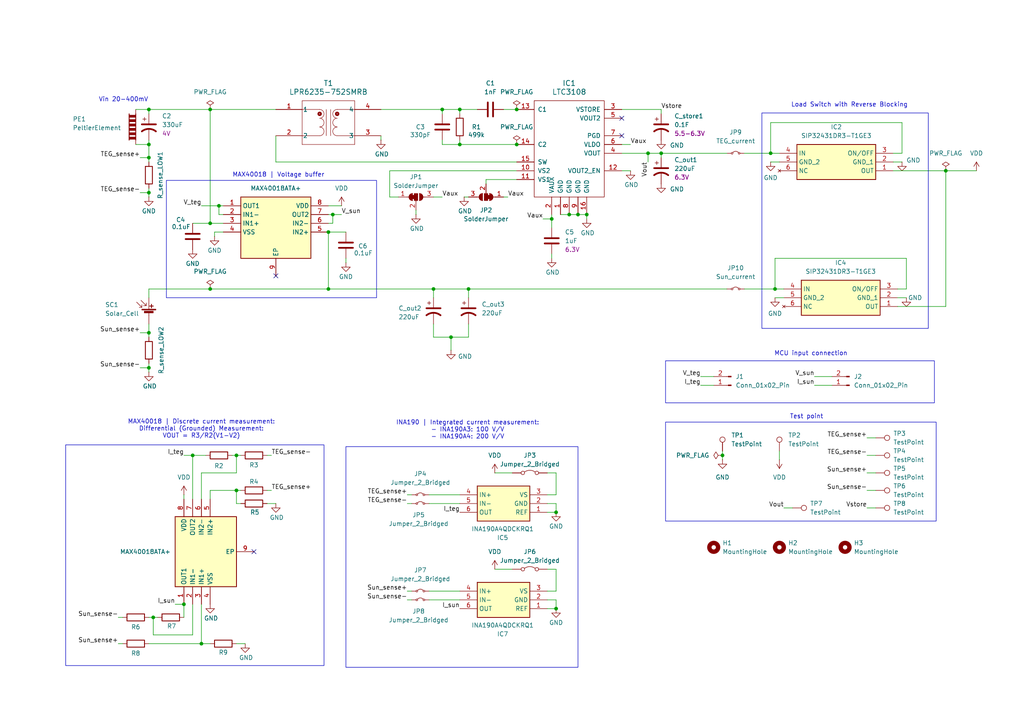
<source format=kicad_sch>
(kicad_sch (version 20231120) (generator "eeschema") (generator_version "8.0")
  (paper "A4")
  (lib_symbols
    (symbol "Connector:Conn_01x02_Pin" (pin_names (offset 1.016) hide)
      (property "Reference" "J" (at 0 2.54 0))
      (property "Value" "Conn_01x02_Pin" (at 0 -5.08 0))
      (symbol "Conn_01x02_Pin_1_1"
        (pin passive line (at 5.08 0 180) (length 3.81) (name "Pin_1") (number "1"))
        (pin passive line (at 5.08 -2.54 180) (length 3.81) (name "Pin_2") (number "2"))
      )
    )
    (symbol "Connector:TestPoint" (pin_numbers hide) (pin_names (offset 0.762) hide)
      (property "Reference" "TP" (at 0 6.858 0))
      (property "Value" "TestPoint" (at 0 5.08 0))
      (symbol "TestPoint_1_1"
        (pin passive line (at 0 0 90) (length 2.54) (name "1") (number "1"))
      )
    )
    (symbol "Device:C" (pin_numbers hide) (pin_names (offset 0.254))
      (property "Reference" "C" (at 0.635 2.54 0))
      (property "Value" "C" (at 0.635 -2.54 0))
      (symbol "C_1_1"
        (pin passive line (at 0 3.81 270) (length 2.794) (name "~") (number "1"))
        (pin passive line (at 0 -3.81 90) (length 2.794) (name "~") (number "2"))
      )
    )
    (symbol "Device:C_Polarized_US" (pin_numbers hide) (pin_names (offset 0.254) hide)
      (property "Reference" "C" (at 0.635 2.54 0))
      (property "Value" "C_Polarized_US" (at 0.635 -2.54 0))
      (symbol "C_Polarized_US_1_1"
        (pin passive line (at 0 3.81 270) (length 2.794) (name "~") (number "1"))
        (pin passive line (at 0 -3.81 90) (length 3.302) (name "~") (number "2"))
      )
    )
    (symbol "Device:PeltierElement" (pin_numbers hide) (pin_names (offset 0))
      (property "Reference" "PE" (at 0 3.175 0))
      (property "Value" "PeltierElement" (at 0 -1.27 0))
      (symbol "PeltierElement_1_1"
        (pin passive line (at -5.08 0 0) (length 1.27) (name "~") (number "1"))
        (pin passive line (at 5.08 0 180) (length 1.27) (name "~") (number "2"))
      )
    )
    (symbol "Device:R" (pin_numbers hide) (pin_names (offset 0))
      (property "Reference" "R" (at 2.032 0 90))
      (property "Value" "R" (at 0 0 90))
      (symbol "R_1_1"
        (pin passive line (at 0 3.81 270) (length 1.27) (name "~") (number "1"))
        (pin passive line (at 0 -3.81 90) (length 1.27) (name "~") (number "2"))
      )
    )
    (symbol "Device:Solar_Cell" (pin_numbers hide) (pin_names (offset 0) hide)
      (property "Reference" "SC" (at 2.54 2.54 0))
      (property "Value" "Solar_Cell" (at 2.54 0 0))
      (symbol "Solar_Cell_1_1"
        (pin passive line (at 0 5.08 270) (length 2.54) (name "+") (number "1"))
        (pin passive line (at 0 -2.54 90) (length 2.54) (name "-") (number "2"))
      )
    )
    (symbol "INA190A4QDCKRQ1:INA190A4QDCKRQ1"
      (property "Reference" "IC" (at 21.59 7.62 0))
      (property "Value" "INA190A4QDCKRQ1" (at 21.59 5.08 0))
      (symbol "INA190A4QDCKRQ1_1_1"
        (pin passive line (at 0 0 0) (length 5.08) (name "REF") (number "1"))
        (pin passive line (at 0 -2.54 0) (length 5.08) (name "GND") (number "2"))
        (pin passive line (at 0 -5.08 0) (length 5.08) (name "VS") (number "3"))
        (pin passive line (at 25.4 -5.08 180) (length 5.08) (name "IN+") (number "4"))
        (pin passive line (at 25.4 -2.54 180) (length 5.08) (name "IN-") (number "5"))
        (pin passive line (at 25.4 0 180) (length 5.08) (name "OUT") (number "6"))
      )
    )
    (symbol "Jumper:Jumper_2_Bridged" (pin_numbers hide) (pin_names (offset 0) hide) (exclude_from_sim yes)
      (property "Reference" "JP" (at 0 1.905 0))
      (property "Value" "Jumper_2_Bridged" (at 0 -2.54 0))
      (symbol "Jumper_2_Bridged_1_1"
        (pin passive line (at -5.08 0 0) (length 2.54) (name "A") (number "1"))
        (pin passive line (at 5.08 0 180) (length 2.54) (name "B") (number "2"))
      )
    )
    (symbol "Jumper:Jumper_2_Small_Bridged" (pin_numbers hide) (pin_names (offset 0) hide) (exclude_from_sim yes)
      (property "Reference" "JP" (at 0 2.032 0))
      (property "Value" "Jumper_2_Small_Bridged" (at 0 -2.286 0))
      (symbol "Jumper_2_Small_Bridged_1_1"
        (pin passive line (at -2.54 0 0) (length 1.27) (name "A") (number "1"))
        (pin passive line (at 2.54 0 180) (length 1.27) (name "B") (number "2"))
      )
    )
    (symbol "Jumper:SolderJumper_3_Bridged12" (pin_names (offset 0) hide) (exclude_from_sim yes) (in_bom no)
      (property "Reference" "JP" (at -2.54 -2.54 0))
      (property "Value" "SolderJumper_3_Bridged12" (at 0 2.794 0))
      (symbol "SolderJumper_3_Bridged12_1_1"
        (pin passive line (at -5.08 0 0) (length 2.54) (name "A") (number "1"))
        (pin passive line (at 0 -3.81 90) (length 2.54) (name "C") (number "2"))
        (pin passive line (at 5.08 0 180) (length 2.54) (name "B") (number "3"))
      )
    )
    (symbol "LPR6235-752SMRB:LPR6235-752SMRB" (pin_names (offset 0.254))
      (property "Reference" "T" (at 15.24 7.62 0))
      (property "Value" "LPR6235-752SMRB" (at 20.32 5.08 0))
      (symbol "LPR6235-752SMRB_0_1"
        (pin unspecified line (at 0 0 0) (length 7.62) (name "1") (number "1"))
        (pin unspecified line (at 0 -7.62 0) (length 7.62) (name "2") (number "2"))
        (pin unspecified line (at 30.48 -7.62 180) (length 7.62) (name "3") (number "3"))
        (pin unspecified line (at 30.48 0 180) (length 7.62) (name "4") (number "4"))
      )
    )
    (symbol "MAX40018ATA+:MAX40018ATA+"
      (property "Reference" "IC" (at 26.67 7.62 0))
      (property "Value" "MAX40018ATA+" (at 26.67 5.08 0))
      (symbol "MAX40018ATA+_1_1"
        (pin passive line (at 0 0 0) (length 5.08) (name "OUT1") (number "1"))
        (pin passive line (at 0 -2.54 0) (length 5.08) (name "IN1-") (number "2"))
        (pin passive line (at 0 -5.08 0) (length 5.08) (name "IN1+") (number "3"))
        (pin passive line (at 0 -7.62 0) (length 5.08) (name "VSS") (number "4"))
        (pin passive line (at 30.48 -7.62 180) (length 5.08) (name "IN2+") (number "5"))
        (pin passive line (at 30.48 -5.08 180) (length 5.08) (name "IN2-") (number "6"))
        (pin passive line (at 30.48 -2.54 180) (length 5.08) (name "OUT2") (number "7"))
        (pin passive line (at 30.48 0 180) (length 5.08) (name "VDD") (number "8"))
        (pin passive line (at 15.24 -20.32 90) (length 5.08) (name "EP") (number "9"))
      )
    )
    (symbol "Mechanical:MountingHole" (pin_names (offset 1.016)) (exclude_from_sim yes) (in_bom no)
      (property "Reference" "H" (at 0 5.08 0))
      (property "Value" "MountingHole" (at 0 3.175 0))
    )
    (symbol "SIP32431DR3-T1GE3:SIP32431DR3-T1GE3"
      (property "Reference" "IC" (at 29.21 7.62 0))
      (property "Value" "SIP32431DR3-T1GE3" (at 29.21 5.08 0))
      (symbol "SIP32431DR3-T1GE3_1_1"
        (pin passive line (at 0 0 0) (length 5.08) (name "OUT") (number "1"))
        (pin passive line (at 0 -2.54 0) (length 5.08) (name "GND_1") (number "2"))
        (pin passive line (at 0 -5.08 0) (length 5.08) (name "ON/OFF") (number "3"))
        (pin passive line (at 33.02 -5.08 180) (length 5.08) (name "IN") (number "4"))
        (pin passive line (at 33.02 -2.54 180) (length 5.08) (name "GND_2") (number "5"))
        (pin no_connect line (at 33.02 0 180) (length 5.08) (name "NC") (number "6"))
      )
    )
    (symbol "ltc3108-cache:LTC3108" (pin_names (offset 1.016))
      (property "Reference" "IC" (at 8.89 13.97 0))
      (property "Value" "LTC3108" (at -5.08 13.97 0))
      (symbol "LTC3108_1_1"
        (pin power_in line (at -2.54 -20.32 90) (length 5.08) (name "GND") (number "1"))
        (pin input line (at -15.24 -7.62 0) (length 5.08) (name "VS2") (number "10"))
        (pin input line (at -15.24 -10.16 0) (length 5.08) (name "VS1") (number "11"))
        (pin input line (at 15.24 -7.62 180) (length 5.08) (name "VOUT2_EN") (number "12"))
        (pin power_in line (at -15.24 10.16 0) (length 5.08) (name "C1") (number "13"))
        (pin power_in line (at -15.24 0 0) (length 5.08) (name "C2") (number "14"))
        (pin power_out line (at -15.24 -5.08 0) (length 5.08) (name "SW") (number "15"))
        (pin power_in line (at 5.08 -20.32 90) (length 5.08) (name "GND") (number "16"))
        (pin power_out line (at -5.08 -20.32 90) (length 5.08) (name "VAUX") (number "2"))
        (pin power_out line (at 15.24 10.16 180) (length 5.08) (name "VSTORE") (number "3"))
        (pin power_out line (at 15.24 -2.54 180) (length 5.08) (name "VOUT") (number "4"))
        (pin power_out line (at 15.24 7.62 180) (length 5.08) (name "VOUT2") (number "5"))
        (pin power_out line (at 15.24 0 180) (length 5.08) (name "VLDO") (number "6"))
        (pin output line (at 15.24 2.54 180) (length 5.08) (name "PGD") (number "7"))
        (pin power_in line (at 0 -20.32 90) (length 5.08) (name "GND") (number "8"))
        (pin power_in line (at 2.54 -20.32 90) (length 5.08) (name "GND") (number "9"))
      )
    )
    (symbol "power:GND" (power) (pin_numbers hide) (pin_names (offset 0) hide)
      (property "Value" "GND" (at 0 -3.81 0))
      (symbol "GND_1_1"
        (pin power_in line (at 0 0 270) (length 0) (name "~") (number "1"))
      )
    )
    (symbol "power:PWR_FLAG" (power) (pin_numbers hide) (pin_names (offset 0) hide)
      (property "Value" "PWR_FLAG" (at 0 3.81 0))
      (symbol "PWR_FLAG_0_0"
        (pin power_out line (at 0 0 90) (length 0) (name "~") (number "1"))
      )
    )
    (symbol "power:VDD" (power) (pin_numbers hide) (pin_names (offset 0) hide)
      (property "Value" "VDD" (at 0 3.556 0))
      (symbol "VDD_1_1"
        (pin power_in line (at 0 0 90) (length 0) (name "~") (number "1"))
      )
    )
  )
  (junction (at 209.55 132.08))
  (junction (at 43.18 96.52))
  (junction (at 55.88 132.08))
  (junction (at 130.81 97.79))
  (junction (at 44.45 179.07))
  (junction (at 191.77 44.45))
  (junction (at 63.5 59.69))
  (junction (at 43.18 31.75))
  (junction (at 68.58 132.08))
  (junction (at 53.34 175.26))
  (junction (at 60.96 31.75))
  (junction (at 223.52 44.45))
  (junction (at 167.64 62.23))
  (junction (at 135.89 83.82))
  (junction (at 43.18 55.88))
  (junction (at 149.86 31.75))
  (junction (at 58.42 186.69))
  (junction (at 160.02 63.5))
  (junction (at 133.35 41.91))
  (junction (at 224.79 83.82))
  (junction (at 165.1 62.23))
  (junction (at 170.18 62.23))
  (junction (at 125.73 83.82))
  (junction (at 149.86 41.91))
  (junction (at 274.32 49.53))
  (junction (at 60.96 64.77))
  (junction (at 95.25 67.31))
  (junction (at 43.18 41.91))
  (junction (at 187.96 44.45))
  (junction (at 68.58 142.24))
  (junction (at 96.52 62.23))
  (junction (at 128.27 31.75))
  (junction (at 161.29 148.59))
  (junction (at 60.96 83.82))
  (junction (at 133.35 31.75))
  (junction (at 161.29 176.53))
  (junction (at 43.18 106.68))
  (junction (at 95.25 83.82))
  (junction (at 43.18 45.72))
  (no_connect (at 80.01 80.01))
  (no_connect (at 73.66 160.02))
  (no_connect (at 180.34 39.37))
  (no_connect (at 180.34 34.29))
  (wire (pts (xy 227.33 147.32) (xy 229.87 147.32)))
  (wire (pts (xy 203.2 109.22) (xy 207.01 109.22)))
  (wire (pts (xy 262.89 83.82) (xy 262.89 74.93)))
  (wire (pts (xy 128.27 31.75) (xy 128.27 33.02)))
  (wire (pts (xy 113.03 57.15) (xy 115.57 57.15)))
  (wire (pts (xy 68.58 132.08) (xy 69.85 132.08)))
  (wire (pts (xy 58.42 144.78) (xy 58.42 137.16)))
  (wire (pts (xy 191.77 45.72) (xy 191.77 44.45)))
  (wire (pts (xy 100.33 76.2) (xy 100.33 74.93)))
  (wire (pts (xy 170.18 62.23) (xy 170.18 63.5)))
  (wire (pts (xy 43.18 179.07) (xy 44.45 179.07)))
  (wire (pts (xy 161.29 137.16) (xy 161.29 143.51)))
  (wire (pts (xy 180.34 44.45) (xy 187.96 44.45)))
  (wire (pts (xy 158.75 173.99) (xy 161.29 173.99)))
  (wire (pts (xy 58.42 137.16) (xy 68.58 137.16)))
  (wire (pts (xy 262.89 86.36) (xy 260.35 86.36)))
  (wire (pts (xy 43.18 83.82) (xy 43.18 86.36)))
  (wire (pts (xy 161.29 171.45) (xy 158.75 171.45)))
  (wire (pts (xy 224.79 74.93) (xy 224.79 83.82)))
  (wire (pts (xy 77.47 132.08) (xy 78.74 132.08)))
  (wire (pts (xy 223.52 46.99) (xy 226.06 46.99)))
  (wire (pts (xy 128.27 31.75) (xy 133.35 31.75)))
  (wire (pts (xy 209.55 130.81) (xy 209.55 132.08)))
  (wire (pts (xy 62.23 68.58) (xy 62.23 67.31)))
  (wire (pts (xy 187.96 44.45) (xy 191.77 44.45)))
  (wire (pts (xy 55.88 175.26) (xy 55.88 184.15)))
  (wire (pts (xy 124.46 146.05) (xy 133.35 146.05)))
  (wire (pts (xy 43.18 186.69) (xy 58.42 186.69)))
  (wire (pts (xy 143.51 165.1) (xy 148.59 165.1)))
  (wire (pts (xy 160.02 63.5) (xy 160.02 66.04)))
  (wire (pts (xy 40.64 45.72) (xy 43.18 45.72)))
  (wire (pts (xy 191.77 31.75) (xy 191.77 33.02)))
  (wire (pts (xy 125.73 83.82) (xy 135.89 83.82)))
  (wire (pts (xy 43.18 41.91) (xy 43.18 45.72)))
  (wire (pts (xy 63.5 62.23) (xy 63.5 59.69)))
  (wire (pts (xy 95.25 67.31) (xy 95.25 83.82)))
  (wire (pts (xy 68.58 146.05) (xy 68.58 142.24)))
  (wire (pts (xy 161.29 137.16) (xy 158.75 137.16)))
  (wire (pts (xy 180.34 31.75) (xy 191.77 31.75)))
  (wire (pts (xy 125.73 93.98) (xy 125.73 97.79)))
  (wire (pts (xy 55.88 132.08) (xy 59.69 132.08)))
  (wire (pts (xy 125.73 57.15) (xy 128.27 57.15)))
  (wire (pts (xy 160.02 73.66) (xy 160.02 74.93)))
  (wire (pts (xy 44.45 184.15) (xy 44.45 179.07)))
  (wire (pts (xy 120.65 60.96) (xy 120.65 62.23)))
  (wire (pts (xy 161.29 148.59) (xy 161.29 146.05)))
  (wire (pts (xy 161.29 165.1) (xy 161.29 171.45)))
  (wire (pts (xy 203.2 111.76) (xy 207.01 111.76)))
  (wire (pts (xy 161.29 165.1) (xy 158.75 165.1)))
  (wire (pts (xy 43.18 31.75) (xy 43.18 33.02)))
  (wire (pts (xy 68.58 137.16) (xy 68.58 132.08)))
  (wire (pts (xy 40.64 96.52) (xy 43.18 96.52)))
  (wire (pts (xy 58.42 59.69) (xy 63.5 59.69)))
  (wire (pts (xy 39.37 31.75) (xy 43.18 31.75)))
  (wire (pts (xy 162.56 62.23) (xy 165.1 62.23)))
  (wire (pts (xy 80.01 46.99) (xy 149.86 46.99)))
  (wire (pts (xy 251.46 127) (xy 254 127)))
  (wire (pts (xy 158.75 146.05) (xy 161.29 146.05)))
  (wire (pts (xy 161.29 148.59) (xy 158.75 148.59)))
  (wire (pts (xy 215.9 83.82) (xy 224.79 83.82)))
  (wire (pts (xy 251.46 142.24) (xy 254 142.24)))
  (wire (pts (xy 110.49 31.75) (xy 128.27 31.75)))
  (wire (pts (xy 40.64 106.68) (xy 43.18 106.68)))
  (wire (pts (xy 43.18 83.82) (xy 60.96 83.82)))
  (wire (pts (xy 133.35 40.64) (xy 133.35 41.91)))
  (wire (pts (xy 43.18 31.75) (xy 60.96 31.75)))
  (wire (pts (xy 118.11 146.05) (xy 119.38 146.05)))
  (wire (pts (xy 95.25 83.82) (xy 125.73 83.82)))
  (wire (pts (xy 53.34 175.26) (xy 53.34 179.07)))
  (wire (pts (xy 110.49 39.37) (xy 110.49 40.64)))
  (wire (pts (xy 95.25 64.77) (xy 96.52 64.77)))
  (wire (pts (xy 227.33 83.82) (xy 224.79 83.82)))
  (wire (pts (xy 224.79 86.36) (xy 227.33 86.36)))
  (wire (pts (xy 113.03 49.53) (xy 149.86 49.53)))
  (wire (pts (xy 60.96 83.82) (xy 95.25 83.82)))
  (wire (pts (xy 60.96 142.24) (xy 68.58 142.24)))
  (wire (pts (xy 149.86 52.07) (xy 140.97 52.07)))
  (wire (pts (xy 43.18 105.41) (xy 43.18 106.68)))
  (wire (pts (xy 187.96 44.45) (xy 187.96 46.99)))
  (wire (pts (xy 60.96 142.24) (xy 60.96 144.78)))
  (wire (pts (xy 262.89 74.93) (xy 224.79 74.93)))
  (wire (pts (xy 236.22 111.76) (xy 241.3 111.76)))
  (wire (pts (xy 60.96 64.77) (xy 64.77 64.77)))
  (wire (pts (xy 135.89 97.79) (xy 135.89 93.98)))
  (wire (pts (xy 60.96 31.75) (xy 60.96 64.77)))
  (wire (pts (xy 210.82 44.45) (xy 191.77 44.45)))
  (wire (pts (xy 251.46 132.08) (xy 254 132.08)))
  (wire (pts (xy 261.62 44.45) (xy 261.62 35.56)))
  (wire (pts (xy 43.18 96.52) (xy 43.18 93.98)))
  (wire (pts (xy 63.5 59.69) (xy 64.77 59.69)))
  (wire (pts (xy 34.29 186.69) (xy 35.56 186.69)))
  (wire (pts (xy 130.81 101.6) (xy 130.81 97.79)))
  (wire (pts (xy 251.46 137.16) (xy 254 137.16)))
  (wire (pts (xy 161.29 176.53) (xy 161.29 173.99)))
  (wire (pts (xy 39.37 41.91) (xy 43.18 41.91)))
  (wire (pts (xy 68.58 142.24) (xy 69.85 142.24)))
  (wire (pts (xy 67.31 132.08) (xy 68.58 132.08)))
  (wire (pts (xy 128.27 41.91) (xy 133.35 41.91)))
  (wire (pts (xy 43.18 40.64) (xy 43.18 41.91)))
  (wire (pts (xy 167.64 62.23) (xy 170.18 62.23)))
  (wire (pts (xy 43.18 57.15) (xy 43.18 55.88)))
  (wire (pts (xy 146.05 57.15) (xy 147.32 57.15)))
  (wire (pts (xy 226.06 44.45) (xy 223.52 44.45)))
  (wire (pts (xy 43.18 55.88) (xy 43.18 54.61)))
  (wire (pts (xy 60.96 31.75) (xy 80.01 31.75)))
  (wire (pts (xy 259.08 44.45) (xy 261.62 44.45)))
  (wire (pts (xy 96.52 62.23) (xy 99.06 62.23)))
  (wire (pts (xy 135.89 86.36) (xy 135.89 83.82)))
  (wire (pts (xy 134.62 57.15) (xy 135.89 57.15)))
  (wire (pts (xy 260.35 88.9) (xy 274.32 88.9)))
  (wire (pts (xy 55.88 64.77) (xy 60.96 64.77)))
  (wire (pts (xy 118.11 173.99) (xy 119.38 173.99)))
  (wire (pts (xy 223.52 35.56) (xy 223.52 44.45)))
  (wire (pts (xy 34.29 179.07) (xy 35.56 179.07)))
  (wire (pts (xy 157.48 63.5) (xy 160.02 63.5)))
  (wire (pts (xy 274.32 49.53) (xy 274.32 88.9)))
  (wire (pts (xy 124.46 171.45) (xy 133.35 171.45)))
  (wire (pts (xy 259.08 46.99) (xy 261.62 46.99)))
  (wire (pts (xy 125.73 83.82) (xy 125.73 86.36)))
  (wire (pts (xy 274.32 49.53) (xy 283.21 49.53)))
  (wire (pts (xy 128.27 40.64) (xy 128.27 41.91)))
  (wire (pts (xy 62.23 67.31) (xy 64.77 67.31)))
  (wire (pts (xy 165.1 62.23) (xy 167.64 62.23)))
  (wire (pts (xy 124.46 173.99) (xy 133.35 173.99)))
  (wire (pts (xy 68.58 186.69) (xy 71.12 186.69)))
  (wire (pts (xy 160.02 62.23) (xy 160.02 63.5)))
  (wire (pts (xy 58.42 186.69) (xy 60.96 186.69)))
  (wire (pts (xy 118.11 171.45) (xy 119.38 171.45)))
  (wire (pts (xy 161.29 143.51) (xy 158.75 143.51)))
  (wire (pts (xy 64.77 62.23) (xy 63.5 62.23)))
  (wire (pts (xy 80.01 39.37) (xy 80.01 46.99)))
  (wire (pts (xy 146.05 31.75) (xy 149.86 31.75)))
  (wire (pts (xy 274.32 49.53) (xy 259.08 49.53)))
  (wire (pts (xy 95.25 59.69) (xy 99.06 59.69)))
  (wire (pts (xy 77.47 146.05) (xy 80.01 146.05)))
  (wire (pts (xy 55.88 132.08) (xy 55.88 144.78)))
  (wire (pts (xy 43.18 106.68) (xy 43.18 107.95)))
  (wire (pts (xy 261.62 35.56) (xy 223.52 35.56)))
  (wire (pts (xy 209.55 132.08) (xy 209.55 133.35)))
  (wire (pts (xy 223.52 44.45) (xy 215.9 44.45)))
  (wire (pts (xy 180.34 49.53) (xy 182.88 49.53)))
  (wire (pts (xy 140.97 52.07) (xy 140.97 53.34)))
  (wire (pts (xy 77.47 142.24) (xy 78.74 142.24)))
  (wire (pts (xy 226.06 130.81) (xy 226.06 133.35)))
  (wire (pts (xy 43.18 45.72) (xy 43.18 46.99)))
  (wire (pts (xy 135.89 83.82) (xy 210.82 83.82)))
  (wire (pts (xy 133.35 31.75) (xy 138.43 31.75)))
  (wire (pts (xy 53.34 132.08) (xy 55.88 132.08)))
  (wire (pts (xy 143.51 137.16) (xy 148.59 137.16)))
  (wire (pts (xy 50.8 175.26) (xy 53.34 175.26)))
  (wire (pts (xy 125.73 97.79) (xy 130.81 97.79)))
  (wire (pts (xy 95.25 62.23) (xy 96.52 62.23)))
  (wire (pts (xy 260.35 83.82) (xy 262.89 83.82)))
  (wire (pts (xy 118.11 143.51) (xy 119.38 143.51)))
  (wire (pts (xy 44.45 179.07) (xy 45.72 179.07)))
  (wire (pts (xy 124.46 143.51) (xy 133.35 143.51)))
  (wire (pts (xy 113.03 49.53) (xy 113.03 57.15)))
  (wire (pts (xy 95.25 67.31) (xy 100.33 67.31)))
  (wire (pts (xy 133.35 41.91) (xy 149.86 41.91)))
  (wire (pts (xy 180.34 41.91) (xy 182.88 41.91)))
  (wire (pts (xy 55.88 184.15) (xy 44.45 184.15)))
  (wire (pts (xy 69.85 146.05) (xy 68.58 146.05)))
  (wire (pts (xy 130.81 97.79) (xy 135.89 97.79)))
  (wire (pts (xy 161.29 176.53) (xy 158.75 176.53)))
  (wire (pts (xy 133.35 31.75) (xy 133.35 33.02)))
  (wire (pts (xy 53.34 143.51) (xy 53.34 144.78)))
  (wire (pts (xy 251.46 147.32) (xy 254 147.32)))
  (wire (pts (xy 236.22 109.22) (xy 241.3 109.22)))
  (wire (pts (xy 96.52 64.77) (xy 96.52 62.23)))
  (wire (pts (xy 58.42 186.69) (xy 58.42 175.26)))
  (wire (pts (xy 40.64 55.88) (xy 43.18 55.88)))
  (wire (pts (xy 43.18 97.79) (xy 43.18 96.52)))
  (rectangle (start 100.33 129.54) (end 167.64 193.548))
  (rectangle (start 193.04 122.428) (end 271.526 151.13))
  (rectangle (start 220.98 32.766) (end 269.24 95.25))
  (rectangle (start 19.05 129.032) (end 93.98 193.04))
  (rectangle (start 193.04 104.648) (end 271.018 116.84))
  (rectangle (start 48.26 52.324) (end 109.22 86.36))
  (image (at -34.29 162.56) (scale 0.328097))
  (text "MAX40018 | Discrete current measurement:\nDifferential (Grounded) Measurement:\nVOUT = R3/R2(V1-V2)" (at 58.42 124.46 0) (effects (font (size 1.27 1.27))))
  (text "INA190 | Integrated current measurement:\n- INA190A3: 100 V/V\n- INA190A4: 200 V/V\n" (at 135.636 124.714 0) (effects (font (size 1.27 1.27))))
  (text "Load Switch with Reverse Blocking" (at 246.38 30.48 0) (effects (font (size 1.27 1.27))))
  (text "Vin 20-400mV" (at 35.814 28.956 0) (effects (font (size 1.27 1.27))))
  (text "MCU input connection" (at 235.204 102.616 0) (effects (font (size 1.27 1.27))))
  (text "Test point" (at 233.934 120.904 0) (effects (font (size 1.27 1.27))))
  (text "MAX40018 | Voltage buffer" (at 80.772 50.8 0) (effects (font (size 1.27 1.27))))
  (label "Sun_sense+" (at 118.11 171.45 180))
  (label "I_sun" (at 236.22 111.76 180))
  (label "Sun_sense+" (at 34.29 186.69 180))
  (label "I_sun" (at 133.35 176.53 180))
  (label "I_teg" (at 203.2 111.76 180))
  (label "V_sun" (at 99.06 62.23 0))
  (label "Sun_sense-" (at 251.46 142.24 180))
  (label "Vaux" (at 128.27 57.15 0))
  (label "V_teg" (at 203.2 109.22 180))
  (label "TEG_sense+" (at 118.11 143.51 180))
  (label "Vaux" (at 147.32 57.15 0))
  (label "TEG_sense+" (at 40.64 45.72 180))
  (label "Vout" (at 187.96 46.99 270))
  (label "Vstore" (at 191.77 31.75 0))
  (label "Sun_sense-" (at 40.64 106.68 180))
  (label "I_teg" (at 53.34 132.08 180))
  (label "Vaux" (at 157.48 63.5 180))
  (label "V_sun" (at 236.22 109.22 180))
  (label "I_sun" (at 50.8 175.26 180))
  (label "Sun_sense-" (at 34.29 179.07 180))
  (label "Vaux" (at 182.88 41.91 0))
  (label "TEG_sense-" (at 251.46 132.08 180))
  (label "Sun_sense-" (at 118.11 173.99 180))
  (label "I_teg" (at 133.35 148.59 180))
  (label "Sun_sense+" (at 251.46 137.16 180))
  (label "TEG_sense+" (at 78.74 142.24 0))
  (label "TEG_sense-" (at 118.11 146.05 180))
  (label "Vstore" (at 251.46 147.32 180))
  (label "V_teg" (at 58.42 59.69 180))
  (label "TEG_sense-" (at 40.64 55.88 180))
  (label "TEG_sense-" (at 78.74 132.08 0))
  (label "TEG_sense+" (at 251.46 127 180))
  (label "Sun_sense+" (at 40.64 96.52 180))
  (label "Vout" (at 227.33 147.32 180))
  (symbol (lib_id "power:PWR_FLAG") (at 209.55 132.08 90) (unit 1)
    (property "Reference" "#FLG06" (effects (hide yes)))
    (property "Value" "PWR_FLAG" (at 205.74 132.0799 90) (effects (justify left)))
    (property "Description" "Special symbol for telling ERC where power comes from" (effects (hide yes)))
  )
  (symbol (lib_id "Device:C_Polarized_US") (at 43.18 36.83 0) (unit 1)
    (property "Reference" "C2" (at 46.99 33.6549 0) (effects (justify left)))
    (property "Value" "330uF" (at 46.99 36.1949 0) (effects (justify left)))
    (property "Description" "Polarized capacitor, US symbol" (effects (hide yes)))
    (property "Tensione" "4V" (at 46.99 38.7349 0) (effects (justify left)))
  )
  (symbol (lib_id "Device:C_Polarized_US") (at 191.77 36.83 0) (unit 1)
    (property "Reference" "C_store1" (at 195.58 33.6549 0) (effects (justify left)))
    (property "Value" "0.1F" (at 195.58 36.1949 0) (effects (justify left)))
    (property "Description" "Polarized capacitor, US symbol" (effects (hide yes)))
    (property "Voltage" "5.5-6.3V" (at 195.58 38.7349 0) (effects (justify left)))
  )
  (symbol (lib_id "Jumper:Jumper_2_Small_Bridged") (at 121.92 146.05 0) (unit 1) (exclude_from_sim yes)
    (property "Reference" "JP5" (at 121.412 149.352 0))
    (property "Value" "Jumper_2_Bridged" (at 121.412 151.892 0))
    (property "Footprint" "TestPoint:TestPoint_2Pads_Pitch2.54mm_Drill0.8mm" (effects (hide yes)))
    (property "Description" "Jumper, 2-pole, small symbol, bridged" (effects (hide yes)))
  )
  (symbol (lib_id "Jumper:Jumper_2_Small_Bridged") (at 213.36 44.45 0) (unit 1) (exclude_from_sim yes)
    (property "Reference" "JP9" (at 213.36 38.354 0))
    (property "Value" "TEG_current" (at 213.36 40.894 0))
    (property "Footprint" "TestPoint:TestPoint_2Pads_Pitch2.54mm_Drill0.8mm" (effects (hide yes)))
    (property "Description" "Jumper, 2-pole, small symbol, bridged" (effects (hide yes)))
  )
  (symbol (lib_id "power:GND") (at 209.55 133.35 0) (unit 1)
    (property "Reference" "#PWR021" (effects (hide yes)))
    (property "Value" "GND" (at 209.55 138.43 0))
    (property "Description" "Power symbol creates a global label with name \"GND\" , ground" (effects (hide yes)))
  )
  (symbol (lib_id "power:VDD") (at 99.06 59.69 0) (unit 1)
    (property "Reference" "#PWR010" (effects (hide yes)))
    (property "Value" "VDD" (at 99.06 54.61 0))
    (property "Description" "Power symbol creates a global label with name \"VDD\"" (effects (hide yes)))
  )
  (symbol (lib_id "Jumper:Jumper_2_Small_Bridged") (at 121.92 173.99 0) (unit 1) (exclude_from_sim yes)
    (property "Reference" "JP8" (at 121.412 177.292 0))
    (property "Value" "Jumper_2_Bridged" (at 121.412 179.832 0))
    (property "Footprint" "TestPoint:TestPoint_2Pads_Pitch2.54mm_Drill0.8mm" (effects (hide yes)))
    (property "Description" "Jumper, 2-pole, small symbol, bridged" (effects (hide yes)))
  )
  (symbol (lib_id "Device:R") (at 39.37 179.07 90) (unit 1)
    (property "Reference" "R6" (at 39.37 181.864 90))
    (property "Value" "R" (effects (hide yes)))
    (property "Description" "Resistor" (effects (hide yes)))
  )
  (symbol (lib_id "LPR6235-752SMRB:LPR6235-752SMRB") (at 80.01 31.75 0) (unit 1)
    (property "Reference" "T1" (at 95.25 24.13 0) (effects (font (size 1.524 1.524))))
    (property "Value" "LPR6235-752SMRB" (at 95.25 26.67 0) (effects (font (size 1.524 1.524))))
    (property "Footprint" "LPR6235_COC" (effects (hide yes)))
    (property "Datasheet" "LPR6235-752SMRB" (effects (hide yes)))
  )
  (symbol (lib_id "Device:R") (at 43.18 101.6 180) (unit 1)
    (property "Reference" "R_sense_LOW2" (at 46.736 101.6 90))
    (property "Value" "0.02ohm" (effects (hide yes)))
    (property "Description" "Resistor" (effects (hide yes)))
  )
  (symbol (lib_id "MAX40018ATA+:MAX40018ATA+") (at 64.77 59.69 0) (unit 1)
    (property "Reference" "IC3" (effects (hide yes)))
    (property "Value" "MAX40018ATA+" (at 80.01 54.61 0))
    (property "Footprint" "SON65P300X300X80-9N" (effects (hide yes)))
    (property "Datasheet" "https://datasheets.maximintegrated.com/en/ds/MAX40018.pdf" (effects (hide yes)))
    (property "Description" "IC OPAMP GP 2 CIRCUIT 8TDFN" (effects (hide yes)))
    (property "Height" "0.8" (effects (hide yes)))
    (property "Mouser Part Number" "700-MAX40018ATA+" (effects (hide yes)))
    (property "Mouser Price/Stock" "https://www.mouser.co.uk/ProductDetail/Analog-Devices-Maxim-Integrated/MAX40018ATA%2b?qs=MLItCLRbWsz7FYflpBDyMg%3D%3D" (effects (hide yes)))
    (property "Manufacturer_Name" "Analog Devices" (effects (hide yes)))
    (property "Manufacturer_Part_Number" "MAX40018ATA+" (effects (hide yes)))
  )
  (symbol (lib_id "power:GND") (at 80.01 146.05 0) (unit 1)
    (property "Reference" "#PWR025" (effects (hide yes)))
    (property "Value" "GND" (at 80.264 150.114 0))
    (property "Description" "Power symbol creates a global label with name \"GND\" , ground" (effects (hide yes)))
  )
  (symbol (lib_id "power:GND") (at 43.18 107.95 0) (unit 1)
    (property "Reference" "#PWR020" (effects (hide yes)))
    (property "Value" "GND" (at 43.434 112.014 0))
    (property "Description" "Power symbol creates a global label with name \"GND\" , ground" (effects (hide yes)))
  )
  (symbol (lib_id "Device:R") (at 73.66 132.08 90) (unit 1)
    (property "Reference" "R3" (at 73.66 134.874 90))
    (property "Value" "R" (effects (hide yes)))
    (property "Description" "Resistor" (effects (hide yes)))
  )
  (symbol (lib_id "INA190A4QDCKRQ1:INA190A4QDCKRQ1") (at 158.75 148.59 180) (unit 1)
    (property "Reference" "IC5" (at 145.796 155.956 0))
    (property "Value" "INA190A4QDCKRQ1" (at 145.796 153.416 0))
    (property "Footprint" "SOT65P210X110-6N" (effects (hide yes)))
    (property "Datasheet" "http://www.ti.com/lit/gpn/INA190-Q1" (effects (hide yes)))
    (property "Description" "AEC-Q100 40V, bi-dir, low-/high-side, zero-drift, voltage output CSA w/low bias current and enable" (effects (hide yes)))
    (property "Height" "1.1" (effects (hide yes)))
    (property "Mouser Part Number" "595-INA190A4QDCKRQ1" (effects (hide yes)))
    (property "Mouser Price/Stock" "https://www.mouser.co.uk/ProductDetail/Texas-Instruments/INA190A4QDCKRQ1?qs=mAH9sUMRCtuy65K8jF1VBg%3D%3D" (effects (hide yes)))
    (property "Manufacturer_Name" "Texas Instruments" (effects (hide yes)))
    (property "Manufacturer_Part_Number" "INA190A4QDCKRQ1" (effects (hide yes)))
  )
  (symbol (lib_id "Jumper:Jumper_2_Bridged") (at 153.67 137.16 0) (unit 1) (exclude_from_sim yes)
    (property "Reference" "JP3" (at 153.67 132.08 0))
    (property "Value" "Jumper_2_Bridged" (at 153.67 134.62 0))
    (property "Footprint" "TestPoint:TestPoint_2Pads_Pitch2.54mm_Drill0.8mm" (effects (hide yes)))
    (property "Description" "Jumper, 2-pole, closed/bridged" (effects (hide yes)))
  )
  (symbol (lib_id "power:PWR_FLAG") (at 60.96 31.75 0) (unit 1)
    (property "Reference" "#FLG01" (effects (hide yes)))
    (property "Value" "PWR_FLAG" (at 60.96 26.67 0))
    (property "Description" "Special symbol for telling ERC where power comes from" (effects (hide yes)))
  )
  (symbol (lib_id "SIP32431DR3-T1GE3:SIP32431DR3-T1GE3") (at 259.08 49.53 180) (unit 1)
    (property "Reference" "IC2" (at 242.57 36.83 0))
    (property "Value" "SIP32431DR3-T1GE3" (at 242.57 39.37 0))
    (property "Footprint" "SOT65P210X110-6N" (effects (hide yes)))
    (property "Datasheet" "https://www.vishay.com/docs/66597/sip32431.pdf" (effects (hide yes)))
    (property "Description" "VISHAY - SIP32431DR3-T1GE3 - IC, LOAD SWITCH, 1.1V-5.5V, 1A, SC70" (effects (hide yes)))
    (property "Height" "1.1" (effects (hide yes)))
    (property "Mouser Part Number" "781-SIP32431DR3-GE3" (effects (hide yes)))
    (property "Mouser Price/Stock" "https://www.mouser.co.uk/ProductDetail/Vishay-Semiconductors/SIP32431DR3-T1GE3?qs=FfLXECYddQQfTuH6ZEcWCg%3D%3D" (effects (hide yes)))
    (property "Manufacturer_Name" "Vishay" (effects (hide yes)))
    (property "Manufacturer_Part_Number" "SIP32431DR3-T1GE3" (effects (hide yes)))
  )
  (symbol (lib_id "Connector:TestPoint") (at 254 137.16 270) (unit 1)
    (property "Reference" "TP5" (at 259.08 135.8899 90) (effects (justify left)))
    (property "Value" "TestPoint" (at 259.08 138.4299 90) (effects (justify left)))
    (property "Footprint" "TestPoint:TestPoint_Keystone_5005-5009_Compact" (effects (hide yes)))
    (property "Description" "test point" (effects (hide yes)))
  )
  (symbol (lib_id "power:PWR_FLAG") (at 274.32 49.53 0) (unit 1)
    (property "Reference" "#FLG04" (effects (hide yes)))
    (property "Value" "PWR_FLAG" (at 274.32 44.45 0))
    (property "Description" "Special symbol for telling ERC where power comes from" (effects (hide yes)))
  )
  (symbol (lib_id "power:GND") (at 55.88 72.39 0) (unit 1)
    (property "Reference" "#PWR014" (effects (hide yes)))
    (property "Value" "GND" (at 55.88 76.454 0))
    (property "Description" "Power symbol creates a global label with name \"GND\" , ground" (effects (hide yes)))
  )
  (symbol (lib_id "Jumper:Jumper_2_Small_Bridged") (at 121.92 171.45 0) (unit 1) (exclude_from_sim yes)
    (property "Reference" "JP7" (at 121.92 165.354 0))
    (property "Value" "Jumper_2_Bridged" (at 121.92 167.894 0))
    (property "Footprint" "TestPoint:TestPoint_2Pads_Pitch2.54mm_Drill0.8mm" (effects (hide yes)))
    (property "Description" "Jumper, 2-pole, small symbol, bridged" (effects (hide yes)))
  )
  (symbol (lib_id "Device:C") (at 55.88 68.58 0) (unit 1)
    (property "Reference" "C4" (at 51.054 63.754 0) (effects (justify left)))
    (property "Value" "0.1uF" (at 49.784 65.786 0) (effects (justify left)))
    (property "Description" "Unpolarized capacitor" (effects (hide yes)))
  )
  (symbol (lib_id "Device:C") (at 142.24 31.75 90) (unit 1)
    (property "Reference" "C1" (at 142.24 24.13 90))
    (property "Value" "1nF" (at 142.24 26.67 90))
    (property "Description" "Unpolarized capacitor" (effects (hide yes)))
  )
  (symbol (lib_id "Device:C") (at 100.33 71.12 0) (unit 1)
    (property "Reference" "C6" (at 103.886 71.374 0) (effects (justify left)))
    (property "Value" "0.1uF" (at 102.616 73.406 0) (effects (justify left)))
    (property "Description" "Unpolarized capacitor" (effects (hide yes)))
  )
  (symbol (lib_id "Mechanical:MountingHole") (at 207.01 158.75 0) (unit 1) (exclude_from_sim yes) (in_bom no)
    (property "Reference" "H1" (at 209.55 157.4799 0) (effects (justify left)))
    (property "Value" "MountingHole" (at 209.55 160.0199 0) (effects (justify left)))
    (property "Footprint" "MountingHole:MountingHole_3.2mm_M3" (effects (hide yes)))
    (property "Description" "Mounting Hole without connection" (effects (hide yes)))
  )
  (symbol (lib_id "Device:R") (at 49.53 179.07 270) (unit 1)
    (property "Reference" "R7" (at 49.784 181.61 90))
    (property "Value" "R" (effects (hide yes)))
    (property "Description" "Resistor" (effects (hide yes)))
  )
  (symbol (lib_id "Connector:Conn_01x02_Pin") (at 212.09 111.76 180) (unit 1)
    (property "Reference" "J1" (at 213.36 109.2199 0) (effects (justify right)))
    (property "Value" "Conn_01x02_Pin" (at 213.36 111.7599 0) (effects (justify right)))
    (property "Footprint" "Connector_PinHeader_2.54mm:PinHeader_1x02_P2.54mm_Vertical" (effects (hide yes)))
    (property "Description" "Generic connector, single row, 01x02, script generated" (effects (hide yes)))
  )
  (symbol (lib_id "power:GND") (at 62.23 68.58 0) (unit 1)
    (property "Reference" "#PWR013" (effects (hide yes)))
    (property "Value" "GND" (at 62.23 72.644 0))
    (property "Description" "Power symbol creates a global label with name \"GND\" , ground" (effects (hide yes)))
  )
  (symbol (lib_id "power:GND") (at 191.77 53.34 0) (unit 1)
    (property "Reference" "#PWR07" (effects (hide yes)))
    (property "Value" "GND" (at 196.342 54.864 0))
    (property "Description" "Power symbol creates a global label with name \"GND\" , ground" (effects (hide yes)))
  )
  (symbol (lib_id "power:GND") (at 161.29 176.53 0) (unit 1)
    (property "Reference" "#PWR029" (effects (hide yes)))
    (property "Value" "GND" (at 161.29 180.594 0))
    (property "Description" "Power symbol creates a global label with name \"GND\" , ground" (effects (hide yes)))
  )
  (symbol (lib_id "Connector:TestPoint") (at 254 142.24 270) (unit 1)
    (property "Reference" "TP6" (at 259.08 140.9699 90) (effects (justify left)))
    (property "Value" "TestPoint" (at 259.08 143.5099 90) (effects (justify left)))
    (property "Footprint" "TestPoint:TestPoint_Keystone_5005-5009_Compact" (effects (hide yes)))
    (property "Description" "test point" (effects (hide yes)))
  )
  (symbol (lib_id "Jumper:Jumper_2_Bridged") (at 153.67 165.1 0) (unit 1) (exclude_from_sim yes)
    (property "Reference" "JP6" (at 153.67 160.02 0))
    (property "Value" "Jumper_2_Bridged" (at 153.67 162.56 0))
    (property "Footprint" "TestPoint:TestPoint_2Pads_Pitch2.54mm_Drill0.8mm" (effects (hide yes)))
    (property "Description" "Jumper, 2-pole, closed/bridged" (effects (hide yes)))
  )
  (symbol (lib_id "power:PWR_FLAG") (at 60.96 83.82 0) (unit 1)
    (property "Reference" "#FLG05" (effects (hide yes)))
    (property "Value" "PWR_FLAG" (at 60.96 78.74 0))
    (property "Description" "Special symbol for telling ERC where power comes from" (effects (hide yes)))
  )
  (symbol (lib_id "power:GND") (at 223.52 46.99 0) (unit 1)
    (property "Reference" "#PWR03" (effects (hide yes)))
    (property "Value" "GND" (at 223.52 51.562 0))
    (property "Description" "Power symbol creates a global label with name \"GND\" , ground" (effects (hide yes)))
  )
  (symbol (lib_id "power:GND") (at 130.81 101.6 0) (unit 1)
    (property "Reference" "#PWR019" (effects (hide yes)))
    (property "Value" "GND" (at 134.874 103.378 0))
    (property "Description" "Power symbol creates a global label with name \"GND\" , ground" (effects (hide yes)))
  )
  (symbol (lib_id "power:GND") (at 161.29 148.59 0) (unit 1)
    (property "Reference" "#PWR026" (effects (hide yes)))
    (property "Value" "GND" (at 161.29 152.654 0))
    (property "Description" "Power symbol creates a global label with name \"GND\" , ground" (effects (hide yes)))
  )
  (symbol (lib_id "Connector:TestPoint") (at 254 147.32 270) (unit 1)
    (property "Reference" "TP8" (at 259.08 146.0499 90) (effects (justify left)))
    (property "Value" "TestPoint" (at 259.08 148.5899 90) (effects (justify left)))
    (property "Footprint" "TestPoint:TestPoint_Keystone_5005-5009_Compact" (effects (hide yes)))
    (property "Description" "test point" (effects (hide yes)))
  )
  (symbol (lib_id "power:GND") (at 160.02 74.93 0) (unit 1)
    (property "Reference" "#PWR015" (effects (hide yes)))
    (property "Value" "GND" (at 160.274 78.994 0))
    (property "Description" "Power symbol creates a global label with name \"GND\" , ground" (effects (hide yes)))
  )
  (symbol (lib_id "Jumper:SolderJumper_3_Bridged12") (at 120.65 57.15 0) (unit 1) (exclude_from_sim yes) (in_bom no)
    (property "Reference" "JP1" (at 120.65 51.308 0))
    (property "Value" "SolderJumper" (at 120.65 53.848 0))
    (property "Footprint" "Jumper:SolderJumper-3_P1.3mm_Bridged12_RoundedPad1.0x1.5mm_NumberLabels" (effects (hide yes)))
    (property "Description" "3-pole Solder Jumper, pins 1+2 closed/bridged" (effects (hide yes)))
  )
  (symbol (lib_id "power:GND") (at 43.18 57.15 0) (unit 1)
    (property "Reference" "#PWR08" (effects (hide yes)))
    (property "Value" "GND" (at 43.18 61.214 0))
    (property "Description" "Power symbol creates a global label with name \"GND\" , ground" (effects (hide yes)))
  )
  (symbol (lib_id "Mechanical:MountingHole") (at 226.06 158.75 270) (unit 1) (exclude_from_sim yes) (in_bom no)
    (property "Reference" "H2" (at 228.6 157.4799 90) (effects (justify left)))
    (property "Value" "MountingHole" (at 228.6 160.0199 90) (effects (justify left)))
    (property "Footprint" "MountingHole:MountingHole_3.2mm_M3" (effects (hide yes)))
    (property "Description" "Mounting Hole without connection" (effects (hide yes)))
  )
  (symbol (lib_id "ltc3108-cache:LTC3108") (at 165.1 41.91 0) (unit 1)
    (property "Reference" "IC1" (at 165.1 24.13 0) (effects (font (size 1.524 1.524))))
    (property "Value" "LTC3108" (at 165.1 26.67 0) (effects (font (size 1.524 1.524))))
  )
  (symbol (lib_id "MAX40018ATA+:MAX40018ATA+") (at 53.34 175.26 90) (unit 1)
    (property "Reference" "IC6" (effects (hide yes)))
    (property "Value" "MAX40018ATA+" (at 49.53 160.0199 90) (effects (justify left)))
    (property "Footprint" "SON65P300X300X80-9N" (effects (hide yes)))
    (property "Datasheet" "https://datasheets.maximintegrated.com/en/ds/MAX40018.pdf" (effects (hide yes)))
    (property "Description" "IC OPAMP GP 2 CIRCUIT 8TDFN" (effects (hide yes)))
    (property "Height" "0.8" (effects (hide yes)))
    (property "Mouser Part Number" "700-MAX40018ATA+" (effects (hide yes)))
    (property "Mouser Price/Stock" "https://www.mouser.co.uk/ProductDetail/Analog-Devices-Maxim-Integrated/MAX40018ATA%2b?qs=MLItCLRbWsz7FYflpBDyMg%3D%3D" (effects (hide yes)))
    (property "Manufacturer_Name" "Analog Devices" (effects (hide yes)))
    (property "Manufacturer_Part_Number" "MAX40018ATA+" (effects (hide yes)))
  )
  (symbol (lib_id "Device:R") (at 73.66 146.05 270) (unit 1)
    (property "Reference" "R5" (at 73.914 148.59 90))
    (property "Value" "R" (effects (hide yes)))
    (property "Description" "Resistor" (effects (hide yes)))
  )
  (symbol (lib_id "power:GND") (at 110.49 40.64 0) (unit 1)
    (property "Reference" "#PWR01" (effects (hide yes)))
    (property "Value" "GND" (at 110.744 44.704 0))
    (property "Description" "Power symbol creates a global label with name \"GND\" , ground" (effects (hide yes)))
  )
  (symbol (lib_id "power:PWR_FLAG") (at 149.86 41.91 0) (unit 1)
    (property "Reference" "#FLG03" (effects (hide yes)))
    (property "Value" "PWR_FLAG" (at 149.86 36.83 0))
    (property "Description" "Special symbol for telling ERC where power comes from" (effects (hide yes)))
  )
  (symbol (lib_id "power:VDD") (at 226.06 133.35 180) (unit 1)
    (property "Reference" "#PWR022" (effects (hide yes)))
    (property "Value" "VDD" (at 226.06 138.43 0))
    (property "Description" "Power symbol creates a global label with name \"VDD\"" (effects (hide yes)))
  )
  (symbol (lib_id "Device:R") (at 43.18 50.8 180) (unit 1)
    (property "Reference" "R_sense_LOW1" (at 46.482 50.8 90))
    (property "Value" "0.02ohm" (effects (hide yes)))
    (property "Description" "Resistor" (effects (hide yes)))
  )
  (symbol (lib_id "Connector:TestPoint") (at 226.06 130.81 0) (unit 1)
    (property "Reference" "TP2" (at 228.6 126.2379 0) (effects (justify left)))
    (property "Value" "TestPoint" (at 228.6 128.7779 0) (effects (justify left)))
    (property "Footprint" "TestPoint:TestPoint_Keystone_5005-5009_Compact" (effects (hide yes)))
    (property "Description" "test point" (effects (hide yes)))
  )
  (symbol (lib_id "Device:C_Polarized_US") (at 125.73 90.17 0) (unit 1)
    (property "Reference" "C_out2" (at 115.57 89.408 0) (effects (justify left)))
    (property "Value" "220uF" (at 115.57 91.948 0) (effects (justify left)))
    (property "Description" "Polarized capacitor, US symbol" (effects (hide yes)))
  )
  (symbol (lib_id "Device:R") (at 133.35 36.83 180) (unit 1)
    (property "Reference" "R1" (at 138.176 36.83 0))
    (property "Value" "499k" (at 138.176 39.116 0))
    (property "Description" "Resistor" (effects (hide yes)))
  )
  (symbol (lib_id "power:GND") (at 60.96 175.26 0) (unit 1)
    (property "Reference" "#PWR028" (effects (hide yes)))
    (property "Value" "GND" (at 61.214 179.324 0))
    (property "Description" "Power symbol creates a global label with name \"GND\" , ground" (effects (hide yes)))
  )
  (symbol (lib_id "Jumper:Jumper_2_Small_Bridged") (at 121.92 143.51 0) (unit 1) (exclude_from_sim yes)
    (property "Reference" "JP4" (at 121.92 137.414 0))
    (property "Value" "Jumper_2_Bridged" (at 121.92 139.954 0))
    (property "Footprint" "TestPoint:TestPoint_2Pads_Pitch2.54mm_Drill0.8mm" (effects (hide yes)))
    (property "Description" "Jumper, 2-pole, small symbol, bridged" (effects (hide yes)))
  )
  (symbol (lib_id "power:VDD") (at 283.21 49.53 0) (unit 1)
    (property "Reference" "#PWR06" (effects (hide yes)))
    (property "Value" "VDD" (at 283.21 44.45 0))
    (property "Description" "Power symbol creates a global label with name \"VDD\"" (effects (hide yes)))
  )
  (symbol (lib_id "power:VDD") (at 143.51 165.1 0) (unit 1)
    (property "Reference" "#PWR027" (effects (hide yes)))
    (property "Value" "VDD" (at 143.51 160.02 0))
    (property "Description" "Power symbol creates a global label with name \"VDD\"" (effects (hide yes)))
  )
  (symbol (lib_id "Device:R") (at 73.66 142.24 90) (unit 1)
    (property "Reference" "R4" (at 73.66 139.7 90))
    (property "Value" "R" (effects (hide yes)))
    (property "Description" "Resistor" (effects (hide yes)))
  )
  (symbol (lib_id "SIP32431DR3-T1GE3:SIP32431DR3-T1GE3") (at 260.35 88.9 180) (unit 1)
    (property "Reference" "IC4" (at 243.84 76.2 0))
    (property "Value" "SIP32431DR3-T1GE3" (at 243.84 78.74 0))
    (property "Footprint" "SOT65P210X110-6N" (effects (hide yes)))
    (property "Datasheet" "https://www.vishay.com/docs/66597/sip32431.pdf" (effects (hide yes)))
    (property "Description" "VISHAY - SIP32431DR3-T1GE3 - IC, LOAD SWITCH, 1.1V-5.5V, 1A, SC70" (effects (hide yes)))
    (property "Height" "1.1" (effects (hide yes)))
    (property "Mouser Part Number" "781-SIP32431DR3-GE3" (effects (hide yes)))
    (property "Mouser Price/Stock" "https://www.mouser.co.uk/ProductDetail/Vishay-Semiconductors/SIP32431DR3-T1GE3?qs=FfLXECYddQQfTuH6ZEcWCg%3D%3D" (effects (hide yes)))
    (property "Manufacturer_Name" "Vishay" (effects (hide yes)))
    (property "Manufacturer_Part_Number" "SIP32431DR3-T1GE3" (effects (hide yes)))
  )
  (symbol (lib_id "power:GND") (at 261.62 46.99 0) (unit 1)
    (property "Reference" "#PWR04" (effects (hide yes)))
    (property "Value" "GND" (at 264.922 46.482 0))
    (property "Description" "Power symbol creates a global label with name \"GND\" , ground" (effects (hide yes)))
  )
  (symbol (lib_id "power:GND") (at 182.88 49.53 0) (unit 1)
    (property "Reference" "#PWR05" (effects (hide yes)))
    (property "Value" "GND" (at 183.134 53.594 0))
    (property "Description" "Power symbol creates a global label with name \"GND\" , ground" (effects (hide yes)))
  )
  (symbol (lib_id "Jumper:SolderJumper_3_Bridged12") (at 140.97 57.15 180) (unit 1) (exclude_from_sim yes) (in_bom no)
    (property "Reference" "JP2" (at 140.97 60.96 0))
    (property "Value" "SolderJumper" (at 140.97 63.5 0))
    (property "Footprint" "Jumper:SolderJumper-3_P1.3mm_Bridged12_RoundedPad1.0x1.5mm_NumberLabels" (effects (hide yes)))
    (property "Description" "3-pole Solder Jumper, pins 1+2 closed/bridged" (effects (hide yes)))
  )
  (symbol (lib_id "Mechanical:MountingHole") (at 245.11 158.75 0) (unit 1) (exclude_from_sim yes) (in_bom no)
    (property "Reference" "H3" (at 247.65 157.4799 0) (effects (justify left)))
    (property "Value" "MountingHole" (at 247.65 160.0199 0) (effects (justify left)))
    (property "Footprint" "MountingHole:MountingHole_3.2mm_M3" (effects (hide yes)))
    (property "Description" "Mounting Hole without connection" (effects (hide yes)))
  )
  (symbol (lib_id "Device:R") (at 39.37 186.69 90) (unit 1)
    (property "Reference" "R8" (at 39.37 189.484 90))
    (property "Value" "R" (effects (hide yes)))
    (property "Description" "Resistor" (effects (hide yes)))
  )
  (symbol (lib_id "power:GND") (at 120.65 62.23 0) (unit 1)
    (property "Reference" "#PWR011" (effects (hide yes)))
    (property "Value" "GND" (at 120.904 66.294 0))
    (property "Description" "Power symbol creates a global label with name \"GND\" , ground" (effects (hide yes)))
  )
  (symbol (lib_id "power:VDD") (at 143.51 137.16 0) (unit 1)
    (property "Reference" "#PWR023" (effects (hide yes)))
    (property "Value" "VDD" (at 143.51 132.08 0))
    (property "Description" "Power symbol creates a global label with name \"VDD\"" (effects (hide yes)))
  )
  (symbol (lib_id "Device:R") (at 63.5 132.08 270) (unit 1)
    (property "Reference" "R2" (at 63.5 135.128 90))
    (property "Value" "R" (effects (hide yes)))
    (property "Description" "Resistor" (effects (hide yes)))
  )
  (symbol (lib_id "power:GND") (at 170.18 63.5 0) (unit 1)
    (property "Reference" "#PWR012" (effects (hide yes)))
    (property "Value" "GND" (at 170.434 67.564 0))
    (property "Description" "Power symbol creates a global label with name \"GND\" , ground" (effects (hide yes)))
  )
  (symbol (lib_id "Connector:TestPoint") (at 254 127 270) (unit 1)
    (property "Reference" "TP3" (at 259.08 125.7299 90) (effects (justify left)))
    (property "Value" "TestPoint" (at 259.08 128.2699 90) (effects (justify left)))
    (property "Footprint" "TestPoint:TestPoint_Keystone_5005-5009_Compact" (effects (hide yes)))
    (property "Description" "test point" (effects (hide yes)))
  )
  (symbol (lib_id "Device:C_Polarized_US") (at 135.89 90.17 0) (unit 1)
    (property "Reference" "C_out3" (at 139.7 88.2649 0) (effects (justify left)))
    (property "Value" "220uF" (at 139.7 90.8049 0) (effects (justify left)))
    (property "Description" "Polarized capacitor, US symbol" (effects (hide yes)))
  )
  (symbol (lib_id "Connector:TestPoint") (at 229.87 147.32 270) (unit 1)
    (property "Reference" "TP7" (at 234.95 146.0499 90) (effects (justify left)))
    (property "Value" "TestPoint" (at 234.95 148.5899 90) (effects (justify left)))
    (property "Footprint" "TestPoint:TestPoint_Keystone_5005-5009_Compact" (effects (hide yes)))
    (property "Description" "test point" (effects (hide yes)))
  )
  (symbol (lib_id "Device:Solar_Cell") (at 43.18 91.44 0) (unit 1)
    (property "Reference" "SC1" (at 30.48 88.392 0) (effects (justify left)))
    (property "Value" "Solar_Cell" (at 30.48 90.932 0) (effects (justify left)))
    (property "Description" "Single solar cell" (effects (hide yes)))
  )
  (symbol (lib_id "Device:PeltierElement") (at 39.37 36.83 90) (unit 1)
    (property "Reference" "PE1" (at 21.082 34.544 90) (effects (justify right)))
    (property "Value" "PeltierElement" (at 21.082 37.084 90) (effects (justify right)))
    (property "Description" "Peltier element, thermoelectric cooler" (effects (hide yes)))
  )
  (symbol (lib_id "power:GND") (at 71.12 186.69 0) (unit 1)
    (property "Reference" "#PWR030" (effects (hide yes)))
    (property "Value" "GND" (at 71.374 190.754 0))
    (property "Description" "Power symbol creates a global label with name \"GND\" , ground" (effects (hide yes)))
  )
  (symbol (lib_id "power:GND") (at 224.79 86.36 0) (unit 1)
    (property "Reference" "#PWR017" (effects (hide yes)))
    (property "Value" "GND" (at 224.79 90.932 0))
    (property "Description" "Power symbol creates a global label with name \"GND\" , ground" (effects (hide yes)))
  )
  (symbol (lib_id "power:GND") (at 191.77 40.64 0) (unit 1)
    (property "Reference" "#PWR02" (effects (hide yes)))
    (property "Value" "GND" (at 196.342 42.164 0))
    (property "Description" "Power symbol creates a global label with name \"GND\" , ground" (effects (hide yes)))
  )
  (symbol (lib_id "Connector:TestPoint") (at 209.55 130.81 0) (unit 1)
    (property "Reference" "TP1" (at 212.09 126.2379 0) (effects (justify left)))
    (property "Value" "TestPoint" (at 212.09 128.7779 0) (effects (justify left)))
    (property "Footprint" "TestPoint:TestPoint_Keystone_5005-5009_Compact" (effects (hide yes)))
    (property "Description" "test point" (effects (hide yes)))
  )
  (symbol (lib_id "Device:C") (at 160.02 69.85 0) (unit 1)
    (property "Reference" "C5" (at 163.83 67.3099 0) (effects (justify left)))
    (property "Value" "1uF" (at 163.83 69.8499 0) (effects (justify left)))
    (property "Description" "Unpolarized capacitor" (effects (hide yes)))
    (property "Voltage" "6.3V" (at 163.83 72.3899 0) (effects (justify left)))
  )
  (symbol (lib_id "INA190A4QDCKRQ1:INA190A4QDCKRQ1") (at 158.75 176.53 180) (unit 1)
    (property "Reference" "IC7" (at 145.796 183.896 0))
    (property "Value" "INA190A4QDCKRQ1" (at 145.796 181.356 0))
    (property "Footprint" "SOT65P210X110-6N" (effects (hide yes)))
    (property "Datasheet" "http://www.ti.com/lit/gpn/INA190-Q1" (effects (hide yes)))
    (property "Description" "AEC-Q100 40V, bi-dir, low-/high-side, zero-drift, voltage output CSA w/low bias current and enable" (effects (hide yes)))
    (property "Height" "1.1" (effects (hide yes)))
    (property "Mouser Part Number" "595-INA190A4QDCKRQ1" (effects (hide yes)))
    (property "Mouser Price/Stock" "https://www.mouser.co.uk/ProductDetail/Texas-Instruments/INA190A4QDCKRQ1?qs=mAH9sUMRCtuy65K8jF1VBg%3D%3D" (effects (hide yes)))
    (property "Manufacturer_Name" "Texas Instruments" (effects (hide yes)))
    (property "Manufacturer_Part_Number" "INA190A4QDCKRQ1" (effects (hide yes)))
  )
  (symbol (lib_id "power:GND") (at 100.33 76.2 0) (unit 1)
    (property "Reference" "#PWR016" (effects (hide yes)))
    (property "Value" "GND" (at 100.33 80.264 0))
    (property "Description" "Power symbol creates a global label with name \"GND\" , ground" (effects (hide yes)))
  )
  (symbol (lib_id "power:GND") (at 134.62 57.15 0) (unit 1)
    (property "Reference" "#PWR09" (effects (hide yes)))
    (property "Value" "GND" (at 134.874 61.214 0))
    (property "Description" "Power symbol creates a global label with name \"GND\" , ground" (effects (hide yes)))
  )
  (symbol (lib_id "Jumper:Jumper_2_Small_Bridged") (at 213.36 83.82 0) (unit 1) (exclude_from_sim yes)
    (property "Reference" "JP10" (at 213.36 77.724 0))
    (property "Value" "Sun_current" (at 213.36 80.264 0))
    (property "Footprint" "TestPoint:TestPoint_2Pads_Pitch2.54mm_Drill0.8mm" (effects (hide yes)))
    (property "Description" "Jumper, 2-pole, small symbol, bridged" (effects (hide yes)))
  )
  (symbol (lib_id "Device:C") (at 128.27 36.83 180) (unit 1)
    (property "Reference" "C3" (at 121.92 36.83 0))
    (property "Value" "330pF" (at 121.92 39.116 0))
    (property "Description" "Unpolarized capacitor" (effects (hide yes)))
  )
  (symbol (lib_id "Device:R") (at 64.77 186.69 90) (unit 1)
    (property "Reference" "R9" (at 64.77 189.23 90))
    (property "Value" "R" (effects (hide yes)))
    (property "Description" "Resistor" (effects (hide yes)))
  )
  (symbol (lib_id "power:GND") (at 262.89 86.36 0) (unit 1)
    (property "Reference" "#PWR018" (effects (hide yes)))
    (property "Value" "GND" (at 265.43 86.36 0))
    (property "Description" "Power symbol creates a global label with name \"GND\" , ground" (effects (hide yes)))
  )
  (symbol (lib_id "Device:C_Polarized_US") (at 191.77 49.53 0) (unit 1)
    (property "Reference" "C_out1" (at 195.58 46.3549 0) (effects (justify left)))
    (property "Value" "220uF" (at 195.58 48.8949 0) (effects (justify left)))
    (property "Description" "Polarized capacitor, US symbol" (effects (hide yes)))
    (property "Voltage" "6.3V" (at 195.58 51.4349 0) (effects (justify left)))
  )
  (symbol (lib_id "power:VDD") (at 53.34 143.51 0) (unit 1)
    (property "Reference" "#PWR024" (effects (hide yes)))
    (property "Value" "VDD" (at 53.34 138.43 0))
    (property "Description" "Power symbol creates a global label with name \"VDD\"" (effects (hide yes)))
  )
  (symbol (lib_id "Connector:Conn_01x02_Pin") (at 246.38 111.76 180) (unit 1)
    (property "Reference" "J2" (at 247.65 109.2199 0) (effects (justify right)))
    (property "Value" "Conn_01x02_Pin" (at 247.65 111.7599 0) (effects (justify right)))
    (property "Footprint" "Connector_PinHeader_2.54mm:PinHeader_1x02_P2.54mm_Vertical" (effects (hide yes)))
    (property "Description" "Generic connector, single row, 01x02, script generated" (effects (hide yes)))
  )
  (symbol (lib_id "power:PWR_FLAG") (at 149.86 31.75 0) (unit 1)
    (property "Reference" "#FLG02" (effects (hide yes)))
    (property "Value" "PWR_FLAG" (at 149.86 26.67 0))
    (property "Description" "Special symbol for telling ERC where power comes from" (effects (hide yes)))
  )
  (symbol (lib_id "Connector:TestPoint") (at 254 132.08 270) (unit 1)
    (property "Reference" "TP4" (at 259.08 130.8099 90) (effects (justify left)))
    (property "Value" "TestPoint" (at 259.08 133.3499 90) (effects (justify left)))
    (property "Footprint" "TestPoint:TestPoint_Keystone_5005-5009_Compact" (effects (hide yes)))
    (property "Description" "test point" (effects (hide yes)))
  )
)
</source>
